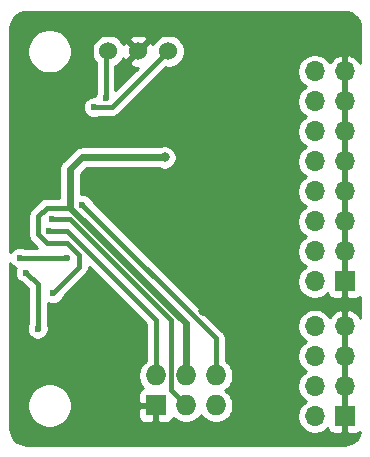
<source format=gbr>
G04 #@! TF.GenerationSoftware,KiCad,Pcbnew,5.1.5+dfsg1-2build2*
G04 #@! TF.CreationDate,2021-03-05T11:50:16+01:00*
G04 #@! TF.ProjectId,buttons,62757474-6f6e-4732-9e6b-696361645f70,rev?*
G04 #@! TF.SameCoordinates,Original*
G04 #@! TF.FileFunction,Copper,L2,Bot*
G04 #@! TF.FilePolarity,Positive*
%FSLAX46Y46*%
G04 Gerber Fmt 4.6, Leading zero omitted, Abs format (unit mm)*
G04 Created by KiCad (PCBNEW 5.1.5+dfsg1-2build2) date 2021-03-05 11:50:16*
%MOMM*%
%LPD*%
G04 APERTURE LIST*
%ADD10C,1.524000*%
%ADD11O,1.727200X1.727200*%
%ADD12R,1.727200X1.727200*%
%ADD13O,1.700000X1.700000*%
%ADD14R,1.700000X1.700000*%
%ADD15C,0.800000*%
%ADD16C,0.600000*%
%ADD17C,0.600000*%
%ADD18C,0.400000*%
%ADD19C,0.254000*%
G04 APERTURE END LIST*
D10*
X212040000Y-91000000D03*
X209500000Y-91000000D03*
X206960000Y-91000000D03*
D11*
X216080000Y-118460000D03*
X216080000Y-121000000D03*
X213540000Y-118460000D03*
X213540000Y-121000000D03*
X211000000Y-118460000D03*
D12*
X211000000Y-121000000D03*
D13*
X224460000Y-114300000D03*
X227000000Y-114300000D03*
X224460000Y-116840000D03*
X227000000Y-116840000D03*
X224460000Y-119380000D03*
X227000000Y-119380000D03*
X224460000Y-121920000D03*
D14*
X227000000Y-121920000D03*
D13*
X224460000Y-92720000D03*
X227000000Y-92720000D03*
X224460000Y-95260000D03*
X227000000Y-95260000D03*
X224460000Y-97800000D03*
X227000000Y-97800000D03*
X224460000Y-100340000D03*
X227000000Y-100340000D03*
X224460000Y-102880000D03*
X227000000Y-102880000D03*
X224460000Y-105420000D03*
X227000000Y-105420000D03*
X224460000Y-107960000D03*
X227000000Y-107960000D03*
X224460000Y-110500000D03*
D14*
X227000000Y-110500000D03*
D15*
X199750000Y-114500000D03*
X199750000Y-111500000D03*
X211750000Y-106000000D03*
X215000000Y-113000000D03*
X215000000Y-110000000D03*
X215000000Y-107000000D03*
X215000000Y-104000000D03*
X215000000Y-101000000D03*
X215000000Y-98000000D03*
X215000000Y-95000000D03*
X215000000Y-92000000D03*
D16*
X211750000Y-102025000D03*
D15*
X211750000Y-100000000D03*
D16*
X202300000Y-111500000D03*
X204750000Y-104000000D03*
X202000000Y-106250000D03*
X202250000Y-105250000D03*
X206750000Y-95000000D03*
X206750000Y-95000000D03*
X205750000Y-95750000D03*
X200000000Y-109750000D03*
X201000000Y-114500000D03*
X199500000Y-108500000D03*
X203500000Y-108500000D03*
D17*
X213540000Y-118460000D02*
X213540000Y-114040000D01*
X213540000Y-114040000D02*
X204250000Y-104750000D01*
X204250000Y-104750000D02*
X203750000Y-104250000D01*
X203750000Y-104250000D02*
X203750000Y-101000000D01*
X203750000Y-101000000D02*
X204750000Y-100000000D01*
X204750000Y-100000000D02*
X211750000Y-100000000D01*
D18*
X201750000Y-104250000D02*
X203750000Y-104250000D01*
X201000000Y-105000000D02*
X201750000Y-104250000D01*
X201000000Y-106500000D02*
X201000000Y-105000000D01*
X201750000Y-107250000D02*
X201000000Y-106500000D01*
X204500000Y-108250000D02*
X203500000Y-107250000D01*
X203500000Y-107250000D02*
X201750000Y-107250000D01*
X204500000Y-109250000D02*
X204500000Y-108250000D01*
X202300000Y-111450000D02*
X204500000Y-109250000D01*
X202300000Y-111500000D02*
X202300000Y-111450000D01*
X216080000Y-115330000D02*
X216080000Y-118460000D01*
X204750000Y-104000000D02*
X216080000Y-115330000D01*
X202000000Y-106250000D02*
X203500000Y-106250000D01*
X211000000Y-113750000D02*
X211000000Y-118460000D01*
X203500000Y-106250000D02*
X211000000Y-113750000D01*
X212263601Y-119723601D02*
X213540000Y-121000000D01*
X203750000Y-105250000D02*
X212263601Y-113763601D01*
X212263601Y-113763601D02*
X212263601Y-119723601D01*
X202250000Y-105250000D02*
X203750000Y-105250000D01*
X206750000Y-91210000D02*
X206960000Y-91000000D01*
X206750000Y-95000000D02*
X206750000Y-91210000D01*
X207290000Y-95750000D02*
X212040000Y-91000000D01*
X205750000Y-95750000D02*
X207290000Y-95750000D01*
X200000000Y-109750000D02*
X201000000Y-110750000D01*
X201000000Y-110750000D02*
X201000000Y-114500000D01*
X199500000Y-108500000D02*
X203500000Y-108500000D01*
D19*
G36*
X227254782Y-87713267D02*
G01*
X227499855Y-87787259D01*
X227725890Y-87907443D01*
X227924281Y-88069248D01*
X228087460Y-88266497D01*
X228209220Y-88491687D01*
X228284924Y-88736247D01*
X228315000Y-89022398D01*
X228315000Y-92044111D01*
X228271641Y-91953080D01*
X228097588Y-91719731D01*
X227881355Y-91524822D01*
X227631252Y-91375843D01*
X227356891Y-91278519D01*
X227127000Y-91399186D01*
X227127000Y-92593000D01*
X227147000Y-92593000D01*
X227147000Y-92847000D01*
X227127000Y-92847000D01*
X227127000Y-95133000D01*
X227147000Y-95133000D01*
X227147000Y-95387000D01*
X227127000Y-95387000D01*
X227127000Y-97673000D01*
X227147000Y-97673000D01*
X227147000Y-97927000D01*
X227127000Y-97927000D01*
X227127000Y-100213000D01*
X227147000Y-100213000D01*
X227147000Y-100467000D01*
X227127000Y-100467000D01*
X227127000Y-102753000D01*
X227147000Y-102753000D01*
X227147000Y-103007000D01*
X227127000Y-103007000D01*
X227127000Y-105293000D01*
X227147000Y-105293000D01*
X227147000Y-105547000D01*
X227127000Y-105547000D01*
X227127000Y-107833000D01*
X227147000Y-107833000D01*
X227147000Y-108087000D01*
X227127000Y-108087000D01*
X227127000Y-110373000D01*
X227147000Y-110373000D01*
X227147000Y-110627000D01*
X227127000Y-110627000D01*
X227127000Y-111826250D01*
X227285750Y-111985000D01*
X227850000Y-111988072D01*
X227974482Y-111975812D01*
X228094180Y-111939502D01*
X228204494Y-111880537D01*
X228301185Y-111801185D01*
X228315001Y-111784351D01*
X228315001Y-113624113D01*
X228271641Y-113533080D01*
X228097588Y-113299731D01*
X227881355Y-113104822D01*
X227631252Y-112955843D01*
X227356891Y-112858519D01*
X227127000Y-112979186D01*
X227127000Y-114173000D01*
X227147000Y-114173000D01*
X227147000Y-114427000D01*
X227127000Y-114427000D01*
X227127000Y-116713000D01*
X227147000Y-116713000D01*
X227147000Y-116967000D01*
X227127000Y-116967000D01*
X227127000Y-119253000D01*
X227147000Y-119253000D01*
X227147000Y-119507000D01*
X227127000Y-119507000D01*
X227127000Y-121793000D01*
X227147000Y-121793000D01*
X227147000Y-122047000D01*
X227127000Y-122047000D01*
X227127000Y-123246250D01*
X227285750Y-123405000D01*
X227850000Y-123408072D01*
X227974482Y-123395812D01*
X228094180Y-123359502D01*
X228204494Y-123300537D01*
X228289051Y-123231143D01*
X228286733Y-123254782D01*
X228212741Y-123499855D01*
X228092554Y-123725893D01*
X227930754Y-123924279D01*
X227733503Y-124087460D01*
X227508310Y-124209221D01*
X227263753Y-124284924D01*
X226977602Y-124315000D01*
X200033505Y-124315000D01*
X199745218Y-124286733D01*
X199500145Y-124212741D01*
X199274107Y-124092554D01*
X199075721Y-123930754D01*
X198912540Y-123733503D01*
X198790779Y-123508310D01*
X198715076Y-123263753D01*
X198685000Y-122977602D01*
X198685000Y-120814344D01*
X200115000Y-120814344D01*
X200115000Y-121185656D01*
X200187439Y-121549834D01*
X200329534Y-121892882D01*
X200535825Y-122201618D01*
X200798382Y-122464175D01*
X201107118Y-122670466D01*
X201450166Y-122812561D01*
X201814344Y-122885000D01*
X202185656Y-122885000D01*
X202549834Y-122812561D01*
X202892882Y-122670466D01*
X203201618Y-122464175D01*
X203464175Y-122201618D01*
X203670466Y-121892882D01*
X203682594Y-121863600D01*
X209498328Y-121863600D01*
X209510588Y-121988082D01*
X209546898Y-122107780D01*
X209605863Y-122218094D01*
X209685215Y-122314785D01*
X209781906Y-122394137D01*
X209892220Y-122453102D01*
X210011918Y-122489412D01*
X210136400Y-122501672D01*
X210714250Y-122498600D01*
X210873000Y-122339850D01*
X210873000Y-121127000D01*
X209660150Y-121127000D01*
X209501400Y-121285750D01*
X209498328Y-121863600D01*
X203682594Y-121863600D01*
X203812561Y-121549834D01*
X203885000Y-121185656D01*
X203885000Y-120814344D01*
X203812561Y-120450166D01*
X203670466Y-120107118D01*
X203464175Y-119798382D01*
X203201618Y-119535825D01*
X202892882Y-119329534D01*
X202549834Y-119187439D01*
X202185656Y-119115000D01*
X201814344Y-119115000D01*
X201450166Y-119187439D01*
X201107118Y-119329534D01*
X200798382Y-119535825D01*
X200535825Y-119798382D01*
X200329534Y-120107118D01*
X200187439Y-120450166D01*
X200115000Y-120814344D01*
X198685000Y-120814344D01*
X198685000Y-108963222D01*
X198773738Y-109096028D01*
X198903972Y-109226262D01*
X199057111Y-109328586D01*
X199147082Y-109365853D01*
X199100932Y-109477271D01*
X199065000Y-109657911D01*
X199065000Y-109842089D01*
X199100932Y-110022729D01*
X199171414Y-110192889D01*
X199273738Y-110346028D01*
X199403972Y-110476262D01*
X199557111Y-110578586D01*
X199711787Y-110642654D01*
X200165000Y-111095869D01*
X200165001Y-114072594D01*
X200100932Y-114227271D01*
X200065000Y-114407911D01*
X200065000Y-114592089D01*
X200100932Y-114772729D01*
X200171414Y-114942889D01*
X200273738Y-115096028D01*
X200403972Y-115226262D01*
X200557111Y-115328586D01*
X200727271Y-115399068D01*
X200907911Y-115435000D01*
X201092089Y-115435000D01*
X201272729Y-115399068D01*
X201442889Y-115328586D01*
X201596028Y-115226262D01*
X201726262Y-115096028D01*
X201828586Y-114942889D01*
X201899068Y-114772729D01*
X201935000Y-114592089D01*
X201935000Y-114407911D01*
X201899068Y-114227271D01*
X201835000Y-114072596D01*
X201835000Y-112313812D01*
X201857111Y-112328586D01*
X202027271Y-112399068D01*
X202207911Y-112435000D01*
X202392089Y-112435000D01*
X202572729Y-112399068D01*
X202742889Y-112328586D01*
X202896028Y-112226262D01*
X203026262Y-112096028D01*
X203128586Y-111942889D01*
X203199068Y-111772729D01*
X203209231Y-111721636D01*
X205061433Y-109869436D01*
X205093291Y-109843291D01*
X205131619Y-109796589D01*
X205197636Y-109716146D01*
X205275172Y-109571087D01*
X205322918Y-109413689D01*
X205337255Y-109268123D01*
X210165000Y-114095869D01*
X210165001Y-117215578D01*
X210044698Y-117295961D01*
X209835961Y-117504698D01*
X209671958Y-117750147D01*
X209558990Y-118022875D01*
X209501400Y-118312401D01*
X209501400Y-118607599D01*
X209558990Y-118897125D01*
X209671958Y-119169853D01*
X209835961Y-119415302D01*
X209950023Y-119529364D01*
X209892220Y-119546898D01*
X209781906Y-119605863D01*
X209685215Y-119685215D01*
X209605863Y-119781906D01*
X209546898Y-119892220D01*
X209510588Y-120011918D01*
X209498328Y-120136400D01*
X209501400Y-120714250D01*
X209660150Y-120873000D01*
X210873000Y-120873000D01*
X210873000Y-120853000D01*
X211127000Y-120853000D01*
X211127000Y-120873000D01*
X211147000Y-120873000D01*
X211147000Y-121127000D01*
X211127000Y-121127000D01*
X211127000Y-122339850D01*
X211285750Y-122498600D01*
X211863600Y-122501672D01*
X211988082Y-122489412D01*
X212107780Y-122453102D01*
X212218094Y-122394137D01*
X212314785Y-122314785D01*
X212394137Y-122218094D01*
X212453102Y-122107780D01*
X212470636Y-122049977D01*
X212584698Y-122164039D01*
X212830147Y-122328042D01*
X213102875Y-122441010D01*
X213392401Y-122498600D01*
X213687599Y-122498600D01*
X213977125Y-122441010D01*
X214249853Y-122328042D01*
X214495302Y-122164039D01*
X214704039Y-121955302D01*
X214810000Y-121796719D01*
X214915961Y-121955302D01*
X215124698Y-122164039D01*
X215370147Y-122328042D01*
X215642875Y-122441010D01*
X215932401Y-122498600D01*
X216227599Y-122498600D01*
X216517125Y-122441010D01*
X216789853Y-122328042D01*
X217035302Y-122164039D01*
X217244039Y-121955302D01*
X217408042Y-121709853D01*
X217521010Y-121437125D01*
X217578600Y-121147599D01*
X217578600Y-120852401D01*
X217521010Y-120562875D01*
X217408042Y-120290147D01*
X217244039Y-120044698D01*
X217035302Y-119835961D01*
X216876719Y-119730000D01*
X217035302Y-119624039D01*
X217244039Y-119415302D01*
X217408042Y-119169853D01*
X217521010Y-118897125D01*
X217578600Y-118607599D01*
X217578600Y-118312401D01*
X217521010Y-118022875D01*
X217408042Y-117750147D01*
X217244039Y-117504698D01*
X217035302Y-117295961D01*
X216915000Y-117215578D01*
X216915000Y-115371018D01*
X216919040Y-115330000D01*
X216902918Y-115166312D01*
X216855172Y-115008913D01*
X216777636Y-114863854D01*
X216699439Y-114768570D01*
X216699437Y-114768568D01*
X216673291Y-114736709D01*
X216641433Y-114710564D01*
X216084609Y-114153740D01*
X222975000Y-114153740D01*
X222975000Y-114446260D01*
X223032068Y-114733158D01*
X223144010Y-115003411D01*
X223306525Y-115246632D01*
X223513368Y-115453475D01*
X223687760Y-115570000D01*
X223513368Y-115686525D01*
X223306525Y-115893368D01*
X223144010Y-116136589D01*
X223032068Y-116406842D01*
X222975000Y-116693740D01*
X222975000Y-116986260D01*
X223032068Y-117273158D01*
X223144010Y-117543411D01*
X223306525Y-117786632D01*
X223513368Y-117993475D01*
X223687760Y-118110000D01*
X223513368Y-118226525D01*
X223306525Y-118433368D01*
X223144010Y-118676589D01*
X223032068Y-118946842D01*
X222975000Y-119233740D01*
X222975000Y-119526260D01*
X223032068Y-119813158D01*
X223144010Y-120083411D01*
X223306525Y-120326632D01*
X223513368Y-120533475D01*
X223687760Y-120650000D01*
X223513368Y-120766525D01*
X223306525Y-120973368D01*
X223144010Y-121216589D01*
X223032068Y-121486842D01*
X222975000Y-121773740D01*
X222975000Y-122066260D01*
X223032068Y-122353158D01*
X223144010Y-122623411D01*
X223306525Y-122866632D01*
X223513368Y-123073475D01*
X223756589Y-123235990D01*
X224026842Y-123347932D01*
X224313740Y-123405000D01*
X224606260Y-123405000D01*
X224893158Y-123347932D01*
X225163411Y-123235990D01*
X225406632Y-123073475D01*
X225538487Y-122941620D01*
X225560498Y-123014180D01*
X225619463Y-123124494D01*
X225698815Y-123221185D01*
X225795506Y-123300537D01*
X225905820Y-123359502D01*
X226025518Y-123395812D01*
X226150000Y-123408072D01*
X226714250Y-123405000D01*
X226873000Y-123246250D01*
X226873000Y-122047000D01*
X226853000Y-122047000D01*
X226853000Y-121793000D01*
X226873000Y-121793000D01*
X226873000Y-119507000D01*
X226853000Y-119507000D01*
X226853000Y-119253000D01*
X226873000Y-119253000D01*
X226873000Y-116967000D01*
X226853000Y-116967000D01*
X226853000Y-116713000D01*
X226873000Y-116713000D01*
X226873000Y-114427000D01*
X226853000Y-114427000D01*
X226853000Y-114173000D01*
X226873000Y-114173000D01*
X226873000Y-112979186D01*
X226643109Y-112858519D01*
X226368748Y-112955843D01*
X226118645Y-113104822D01*
X225902412Y-113299731D01*
X225731100Y-113529406D01*
X225613475Y-113353368D01*
X225406632Y-113146525D01*
X225163411Y-112984010D01*
X224893158Y-112872068D01*
X224606260Y-112815000D01*
X224313740Y-112815000D01*
X224026842Y-112872068D01*
X223756589Y-112984010D01*
X223513368Y-113146525D01*
X223306525Y-113353368D01*
X223144010Y-113596589D01*
X223032068Y-113866842D01*
X222975000Y-114153740D01*
X216084609Y-114153740D01*
X205642655Y-103711788D01*
X205578586Y-103557111D01*
X205476262Y-103403972D01*
X205346028Y-103273738D01*
X205192889Y-103171414D01*
X205022729Y-103100932D01*
X204842089Y-103065000D01*
X204685000Y-103065000D01*
X204685000Y-101387289D01*
X205137289Y-100935000D01*
X211302705Y-100935000D01*
X211448102Y-100995226D01*
X211648061Y-101035000D01*
X211851939Y-101035000D01*
X212051898Y-100995226D01*
X212240256Y-100917205D01*
X212409774Y-100803937D01*
X212553937Y-100659774D01*
X212667205Y-100490256D01*
X212745226Y-100301898D01*
X212785000Y-100101939D01*
X212785000Y-99898061D01*
X212745226Y-99698102D01*
X212667205Y-99509744D01*
X212553937Y-99340226D01*
X212409774Y-99196063D01*
X212240256Y-99082795D01*
X212051898Y-99004774D01*
X211851939Y-98965000D01*
X211648061Y-98965000D01*
X211448102Y-99004774D01*
X211302705Y-99065000D01*
X204795935Y-99065000D01*
X204750000Y-99060476D01*
X204566708Y-99078528D01*
X204390459Y-99131993D01*
X204366458Y-99144822D01*
X204228028Y-99218814D01*
X204085656Y-99335656D01*
X204056370Y-99371341D01*
X203121336Y-100306375D01*
X203085657Y-100335656D01*
X202968815Y-100478028D01*
X202945327Y-100521972D01*
X202881994Y-100640460D01*
X202828529Y-100816709D01*
X202810476Y-101000000D01*
X202815001Y-101045942D01*
X202815000Y-103415000D01*
X201791018Y-103415000D01*
X201749999Y-103410960D01*
X201708981Y-103415000D01*
X201586311Y-103427082D01*
X201428913Y-103474828D01*
X201283854Y-103552364D01*
X201156709Y-103656709D01*
X201130558Y-103688574D01*
X200438574Y-104380559D01*
X200406710Y-104406709D01*
X200350806Y-104474828D01*
X200302364Y-104533855D01*
X200224828Y-104678914D01*
X200177082Y-104836312D01*
X200160960Y-105000000D01*
X200165001Y-105041028D01*
X200165000Y-106458981D01*
X200160960Y-106500000D01*
X200165000Y-106541018D01*
X200177082Y-106663688D01*
X200224828Y-106821086D01*
X200302364Y-106966145D01*
X200406709Y-107093291D01*
X200438578Y-107119446D01*
X200984132Y-107665000D01*
X199927404Y-107665000D01*
X199772729Y-107600932D01*
X199592089Y-107565000D01*
X199407911Y-107565000D01*
X199227271Y-107600932D01*
X199057111Y-107671414D01*
X198903972Y-107773738D01*
X198773738Y-107903972D01*
X198685000Y-108036778D01*
X198685000Y-95657911D01*
X204815000Y-95657911D01*
X204815000Y-95842089D01*
X204850932Y-96022729D01*
X204921414Y-96192889D01*
X205023738Y-96346028D01*
X205153972Y-96476262D01*
X205307111Y-96578586D01*
X205477271Y-96649068D01*
X205657911Y-96685000D01*
X205842089Y-96685000D01*
X206022729Y-96649068D01*
X206177404Y-96585000D01*
X207248982Y-96585000D01*
X207290000Y-96589040D01*
X207331018Y-96585000D01*
X207331019Y-96585000D01*
X207453689Y-96572918D01*
X207611087Y-96525172D01*
X207756146Y-96447636D01*
X207883291Y-96343291D01*
X207909446Y-96311421D01*
X211647127Y-92573740D01*
X222975000Y-92573740D01*
X222975000Y-92866260D01*
X223032068Y-93153158D01*
X223144010Y-93423411D01*
X223306525Y-93666632D01*
X223513368Y-93873475D01*
X223687760Y-93990000D01*
X223513368Y-94106525D01*
X223306525Y-94313368D01*
X223144010Y-94556589D01*
X223032068Y-94826842D01*
X222975000Y-95113740D01*
X222975000Y-95406260D01*
X223032068Y-95693158D01*
X223144010Y-95963411D01*
X223306525Y-96206632D01*
X223513368Y-96413475D01*
X223687760Y-96530000D01*
X223513368Y-96646525D01*
X223306525Y-96853368D01*
X223144010Y-97096589D01*
X223032068Y-97366842D01*
X222975000Y-97653740D01*
X222975000Y-97946260D01*
X223032068Y-98233158D01*
X223144010Y-98503411D01*
X223306525Y-98746632D01*
X223513368Y-98953475D01*
X223687760Y-99070000D01*
X223513368Y-99186525D01*
X223306525Y-99393368D01*
X223144010Y-99636589D01*
X223032068Y-99906842D01*
X222975000Y-100193740D01*
X222975000Y-100486260D01*
X223032068Y-100773158D01*
X223144010Y-101043411D01*
X223306525Y-101286632D01*
X223513368Y-101493475D01*
X223687760Y-101610000D01*
X223513368Y-101726525D01*
X223306525Y-101933368D01*
X223144010Y-102176589D01*
X223032068Y-102446842D01*
X222975000Y-102733740D01*
X222975000Y-103026260D01*
X223032068Y-103313158D01*
X223144010Y-103583411D01*
X223306525Y-103826632D01*
X223513368Y-104033475D01*
X223687760Y-104150000D01*
X223513368Y-104266525D01*
X223306525Y-104473368D01*
X223144010Y-104716589D01*
X223032068Y-104986842D01*
X222975000Y-105273740D01*
X222975000Y-105566260D01*
X223032068Y-105853158D01*
X223144010Y-106123411D01*
X223306525Y-106366632D01*
X223513368Y-106573475D01*
X223687760Y-106690000D01*
X223513368Y-106806525D01*
X223306525Y-107013368D01*
X223144010Y-107256589D01*
X223032068Y-107526842D01*
X222975000Y-107813740D01*
X222975000Y-108106260D01*
X223032068Y-108393158D01*
X223144010Y-108663411D01*
X223306525Y-108906632D01*
X223513368Y-109113475D01*
X223687760Y-109230000D01*
X223513368Y-109346525D01*
X223306525Y-109553368D01*
X223144010Y-109796589D01*
X223032068Y-110066842D01*
X222975000Y-110353740D01*
X222975000Y-110646260D01*
X223032068Y-110933158D01*
X223144010Y-111203411D01*
X223306525Y-111446632D01*
X223513368Y-111653475D01*
X223756589Y-111815990D01*
X224026842Y-111927932D01*
X224313740Y-111985000D01*
X224606260Y-111985000D01*
X224893158Y-111927932D01*
X225163411Y-111815990D01*
X225406632Y-111653475D01*
X225538487Y-111521620D01*
X225560498Y-111594180D01*
X225619463Y-111704494D01*
X225698815Y-111801185D01*
X225795506Y-111880537D01*
X225905820Y-111939502D01*
X226025518Y-111975812D01*
X226150000Y-111988072D01*
X226714250Y-111985000D01*
X226873000Y-111826250D01*
X226873000Y-110627000D01*
X226853000Y-110627000D01*
X226853000Y-110373000D01*
X226873000Y-110373000D01*
X226873000Y-108087000D01*
X226853000Y-108087000D01*
X226853000Y-107833000D01*
X226873000Y-107833000D01*
X226873000Y-105547000D01*
X226853000Y-105547000D01*
X226853000Y-105293000D01*
X226873000Y-105293000D01*
X226873000Y-103007000D01*
X226853000Y-103007000D01*
X226853000Y-102753000D01*
X226873000Y-102753000D01*
X226873000Y-100467000D01*
X226853000Y-100467000D01*
X226853000Y-100213000D01*
X226873000Y-100213000D01*
X226873000Y-97927000D01*
X226853000Y-97927000D01*
X226853000Y-97673000D01*
X226873000Y-97673000D01*
X226873000Y-95387000D01*
X226853000Y-95387000D01*
X226853000Y-95133000D01*
X226873000Y-95133000D01*
X226873000Y-92847000D01*
X226853000Y-92847000D01*
X226853000Y-92593000D01*
X226873000Y-92593000D01*
X226873000Y-91399186D01*
X226643109Y-91278519D01*
X226368748Y-91375843D01*
X226118645Y-91524822D01*
X225902412Y-91719731D01*
X225731100Y-91949406D01*
X225613475Y-91773368D01*
X225406632Y-91566525D01*
X225163411Y-91404010D01*
X224893158Y-91292068D01*
X224606260Y-91235000D01*
X224313740Y-91235000D01*
X224026842Y-91292068D01*
X223756589Y-91404010D01*
X223513368Y-91566525D01*
X223306525Y-91773368D01*
X223144010Y-92016589D01*
X223032068Y-92286842D01*
X222975000Y-92573740D01*
X211647127Y-92573740D01*
X211836898Y-92383969D01*
X211902408Y-92397000D01*
X212177592Y-92397000D01*
X212447490Y-92343314D01*
X212701727Y-92238005D01*
X212930535Y-92085120D01*
X213125120Y-91890535D01*
X213278005Y-91661727D01*
X213383314Y-91407490D01*
X213437000Y-91137592D01*
X213437000Y-90862408D01*
X213383314Y-90592510D01*
X213278005Y-90338273D01*
X213125120Y-90109465D01*
X212930535Y-89914880D01*
X212701727Y-89761995D01*
X212447490Y-89656686D01*
X212177592Y-89603000D01*
X211902408Y-89603000D01*
X211632510Y-89656686D01*
X211378273Y-89761995D01*
X211149465Y-89914880D01*
X210954880Y-90109465D01*
X210801995Y-90338273D01*
X210772308Y-90409943D01*
X210767636Y-90396977D01*
X210705656Y-90281020D01*
X210465565Y-90214040D01*
X209679605Y-91000000D01*
X209693748Y-91014143D01*
X209514143Y-91193748D01*
X209500000Y-91179605D01*
X208714040Y-91965565D01*
X208781020Y-92205656D01*
X209030048Y-92322756D01*
X209297135Y-92389023D01*
X209462363Y-92396769D01*
X207585000Y-94274133D01*
X207585000Y-92253218D01*
X207621727Y-92238005D01*
X207850535Y-92085120D01*
X208045120Y-91890535D01*
X208198005Y-91661727D01*
X208227692Y-91590057D01*
X208232364Y-91603023D01*
X208294344Y-91718980D01*
X208534435Y-91785960D01*
X209320395Y-91000000D01*
X208534435Y-90214040D01*
X208294344Y-90281020D01*
X208230515Y-90416760D01*
X208198005Y-90338273D01*
X208045120Y-90109465D01*
X207970090Y-90034435D01*
X208714040Y-90034435D01*
X209500000Y-90820395D01*
X210285960Y-90034435D01*
X210218980Y-89794344D01*
X209969952Y-89677244D01*
X209702865Y-89610977D01*
X209427983Y-89598090D01*
X209155867Y-89639078D01*
X208896977Y-89732364D01*
X208781020Y-89794344D01*
X208714040Y-90034435D01*
X207970090Y-90034435D01*
X207850535Y-89914880D01*
X207621727Y-89761995D01*
X207367490Y-89656686D01*
X207097592Y-89603000D01*
X206822408Y-89603000D01*
X206552510Y-89656686D01*
X206298273Y-89761995D01*
X206069465Y-89914880D01*
X205874880Y-90109465D01*
X205721995Y-90338273D01*
X205616686Y-90592510D01*
X205563000Y-90862408D01*
X205563000Y-91137592D01*
X205616686Y-91407490D01*
X205721995Y-91661727D01*
X205874880Y-91890535D01*
X205915001Y-91930656D01*
X205915000Y-94572596D01*
X205850932Y-94727271D01*
X205833481Y-94815000D01*
X205657911Y-94815000D01*
X205477271Y-94850932D01*
X205307111Y-94921414D01*
X205153972Y-95023738D01*
X205023738Y-95153972D01*
X204921414Y-95307111D01*
X204850932Y-95477271D01*
X204815000Y-95657911D01*
X198685000Y-95657911D01*
X198685000Y-90814344D01*
X200115000Y-90814344D01*
X200115000Y-91185656D01*
X200187439Y-91549834D01*
X200329534Y-91892882D01*
X200535825Y-92201618D01*
X200798382Y-92464175D01*
X201107118Y-92670466D01*
X201450166Y-92812561D01*
X201814344Y-92885000D01*
X202185656Y-92885000D01*
X202549834Y-92812561D01*
X202892882Y-92670466D01*
X203201618Y-92464175D01*
X203464175Y-92201618D01*
X203670466Y-91892882D01*
X203812561Y-91549834D01*
X203885000Y-91185656D01*
X203885000Y-90814344D01*
X203812561Y-90450166D01*
X203670466Y-90107118D01*
X203464175Y-89798382D01*
X203201618Y-89535825D01*
X202892882Y-89329534D01*
X202549834Y-89187439D01*
X202185656Y-89115000D01*
X201814344Y-89115000D01*
X201450166Y-89187439D01*
X201107118Y-89329534D01*
X200798382Y-89535825D01*
X200535825Y-89798382D01*
X200329534Y-90107118D01*
X200187439Y-90450166D01*
X200115000Y-90814344D01*
X198685000Y-90814344D01*
X198685000Y-89033505D01*
X198713267Y-88745218D01*
X198787259Y-88500145D01*
X198907443Y-88274110D01*
X199069248Y-88075719D01*
X199266497Y-87912540D01*
X199491687Y-87790780D01*
X199736247Y-87715076D01*
X200022398Y-87685000D01*
X226966495Y-87685000D01*
X227254782Y-87713267D01*
G37*
X227254782Y-87713267D02*
X227499855Y-87787259D01*
X227725890Y-87907443D01*
X227924281Y-88069248D01*
X228087460Y-88266497D01*
X228209220Y-88491687D01*
X228284924Y-88736247D01*
X228315000Y-89022398D01*
X228315000Y-92044111D01*
X228271641Y-91953080D01*
X228097588Y-91719731D01*
X227881355Y-91524822D01*
X227631252Y-91375843D01*
X227356891Y-91278519D01*
X227127000Y-91399186D01*
X227127000Y-92593000D01*
X227147000Y-92593000D01*
X227147000Y-92847000D01*
X227127000Y-92847000D01*
X227127000Y-95133000D01*
X227147000Y-95133000D01*
X227147000Y-95387000D01*
X227127000Y-95387000D01*
X227127000Y-97673000D01*
X227147000Y-97673000D01*
X227147000Y-97927000D01*
X227127000Y-97927000D01*
X227127000Y-100213000D01*
X227147000Y-100213000D01*
X227147000Y-100467000D01*
X227127000Y-100467000D01*
X227127000Y-102753000D01*
X227147000Y-102753000D01*
X227147000Y-103007000D01*
X227127000Y-103007000D01*
X227127000Y-105293000D01*
X227147000Y-105293000D01*
X227147000Y-105547000D01*
X227127000Y-105547000D01*
X227127000Y-107833000D01*
X227147000Y-107833000D01*
X227147000Y-108087000D01*
X227127000Y-108087000D01*
X227127000Y-110373000D01*
X227147000Y-110373000D01*
X227147000Y-110627000D01*
X227127000Y-110627000D01*
X227127000Y-111826250D01*
X227285750Y-111985000D01*
X227850000Y-111988072D01*
X227974482Y-111975812D01*
X228094180Y-111939502D01*
X228204494Y-111880537D01*
X228301185Y-111801185D01*
X228315001Y-111784351D01*
X228315001Y-113624113D01*
X228271641Y-113533080D01*
X228097588Y-113299731D01*
X227881355Y-113104822D01*
X227631252Y-112955843D01*
X227356891Y-112858519D01*
X227127000Y-112979186D01*
X227127000Y-114173000D01*
X227147000Y-114173000D01*
X227147000Y-114427000D01*
X227127000Y-114427000D01*
X227127000Y-116713000D01*
X227147000Y-116713000D01*
X227147000Y-116967000D01*
X227127000Y-116967000D01*
X227127000Y-119253000D01*
X227147000Y-119253000D01*
X227147000Y-119507000D01*
X227127000Y-119507000D01*
X227127000Y-121793000D01*
X227147000Y-121793000D01*
X227147000Y-122047000D01*
X227127000Y-122047000D01*
X227127000Y-123246250D01*
X227285750Y-123405000D01*
X227850000Y-123408072D01*
X227974482Y-123395812D01*
X228094180Y-123359502D01*
X228204494Y-123300537D01*
X228289051Y-123231143D01*
X228286733Y-123254782D01*
X228212741Y-123499855D01*
X228092554Y-123725893D01*
X227930754Y-123924279D01*
X227733503Y-124087460D01*
X227508310Y-124209221D01*
X227263753Y-124284924D01*
X226977602Y-124315000D01*
X200033505Y-124315000D01*
X199745218Y-124286733D01*
X199500145Y-124212741D01*
X199274107Y-124092554D01*
X199075721Y-123930754D01*
X198912540Y-123733503D01*
X198790779Y-123508310D01*
X198715076Y-123263753D01*
X198685000Y-122977602D01*
X198685000Y-120814344D01*
X200115000Y-120814344D01*
X200115000Y-121185656D01*
X200187439Y-121549834D01*
X200329534Y-121892882D01*
X200535825Y-122201618D01*
X200798382Y-122464175D01*
X201107118Y-122670466D01*
X201450166Y-122812561D01*
X201814344Y-122885000D01*
X202185656Y-122885000D01*
X202549834Y-122812561D01*
X202892882Y-122670466D01*
X203201618Y-122464175D01*
X203464175Y-122201618D01*
X203670466Y-121892882D01*
X203682594Y-121863600D01*
X209498328Y-121863600D01*
X209510588Y-121988082D01*
X209546898Y-122107780D01*
X209605863Y-122218094D01*
X209685215Y-122314785D01*
X209781906Y-122394137D01*
X209892220Y-122453102D01*
X210011918Y-122489412D01*
X210136400Y-122501672D01*
X210714250Y-122498600D01*
X210873000Y-122339850D01*
X210873000Y-121127000D01*
X209660150Y-121127000D01*
X209501400Y-121285750D01*
X209498328Y-121863600D01*
X203682594Y-121863600D01*
X203812561Y-121549834D01*
X203885000Y-121185656D01*
X203885000Y-120814344D01*
X203812561Y-120450166D01*
X203670466Y-120107118D01*
X203464175Y-119798382D01*
X203201618Y-119535825D01*
X202892882Y-119329534D01*
X202549834Y-119187439D01*
X202185656Y-119115000D01*
X201814344Y-119115000D01*
X201450166Y-119187439D01*
X201107118Y-119329534D01*
X200798382Y-119535825D01*
X200535825Y-119798382D01*
X200329534Y-120107118D01*
X200187439Y-120450166D01*
X200115000Y-120814344D01*
X198685000Y-120814344D01*
X198685000Y-108963222D01*
X198773738Y-109096028D01*
X198903972Y-109226262D01*
X199057111Y-109328586D01*
X199147082Y-109365853D01*
X199100932Y-109477271D01*
X199065000Y-109657911D01*
X199065000Y-109842089D01*
X199100932Y-110022729D01*
X199171414Y-110192889D01*
X199273738Y-110346028D01*
X199403972Y-110476262D01*
X199557111Y-110578586D01*
X199711787Y-110642654D01*
X200165000Y-111095869D01*
X200165001Y-114072594D01*
X200100932Y-114227271D01*
X200065000Y-114407911D01*
X200065000Y-114592089D01*
X200100932Y-114772729D01*
X200171414Y-114942889D01*
X200273738Y-115096028D01*
X200403972Y-115226262D01*
X200557111Y-115328586D01*
X200727271Y-115399068D01*
X200907911Y-115435000D01*
X201092089Y-115435000D01*
X201272729Y-115399068D01*
X201442889Y-115328586D01*
X201596028Y-115226262D01*
X201726262Y-115096028D01*
X201828586Y-114942889D01*
X201899068Y-114772729D01*
X201935000Y-114592089D01*
X201935000Y-114407911D01*
X201899068Y-114227271D01*
X201835000Y-114072596D01*
X201835000Y-112313812D01*
X201857111Y-112328586D01*
X202027271Y-112399068D01*
X202207911Y-112435000D01*
X202392089Y-112435000D01*
X202572729Y-112399068D01*
X202742889Y-112328586D01*
X202896028Y-112226262D01*
X203026262Y-112096028D01*
X203128586Y-111942889D01*
X203199068Y-111772729D01*
X203209231Y-111721636D01*
X205061433Y-109869436D01*
X205093291Y-109843291D01*
X205131619Y-109796589D01*
X205197636Y-109716146D01*
X205275172Y-109571087D01*
X205322918Y-109413689D01*
X205337255Y-109268123D01*
X210165000Y-114095869D01*
X210165001Y-117215578D01*
X210044698Y-117295961D01*
X209835961Y-117504698D01*
X209671958Y-117750147D01*
X209558990Y-118022875D01*
X209501400Y-118312401D01*
X209501400Y-118607599D01*
X209558990Y-118897125D01*
X209671958Y-119169853D01*
X209835961Y-119415302D01*
X209950023Y-119529364D01*
X209892220Y-119546898D01*
X209781906Y-119605863D01*
X209685215Y-119685215D01*
X209605863Y-119781906D01*
X209546898Y-119892220D01*
X209510588Y-120011918D01*
X209498328Y-120136400D01*
X209501400Y-120714250D01*
X209660150Y-120873000D01*
X210873000Y-120873000D01*
X210873000Y-120853000D01*
X211127000Y-120853000D01*
X211127000Y-120873000D01*
X211147000Y-120873000D01*
X211147000Y-121127000D01*
X211127000Y-121127000D01*
X211127000Y-122339850D01*
X211285750Y-122498600D01*
X211863600Y-122501672D01*
X211988082Y-122489412D01*
X212107780Y-122453102D01*
X212218094Y-122394137D01*
X212314785Y-122314785D01*
X212394137Y-122218094D01*
X212453102Y-122107780D01*
X212470636Y-122049977D01*
X212584698Y-122164039D01*
X212830147Y-122328042D01*
X213102875Y-122441010D01*
X213392401Y-122498600D01*
X213687599Y-122498600D01*
X213977125Y-122441010D01*
X214249853Y-122328042D01*
X214495302Y-122164039D01*
X214704039Y-121955302D01*
X214810000Y-121796719D01*
X214915961Y-121955302D01*
X215124698Y-122164039D01*
X215370147Y-122328042D01*
X215642875Y-122441010D01*
X215932401Y-122498600D01*
X216227599Y-122498600D01*
X216517125Y-122441010D01*
X216789853Y-122328042D01*
X217035302Y-122164039D01*
X217244039Y-121955302D01*
X217408042Y-121709853D01*
X217521010Y-121437125D01*
X217578600Y-121147599D01*
X217578600Y-120852401D01*
X217521010Y-120562875D01*
X217408042Y-120290147D01*
X217244039Y-120044698D01*
X217035302Y-119835961D01*
X216876719Y-119730000D01*
X217035302Y-119624039D01*
X217244039Y-119415302D01*
X217408042Y-119169853D01*
X217521010Y-118897125D01*
X217578600Y-118607599D01*
X217578600Y-118312401D01*
X217521010Y-118022875D01*
X217408042Y-117750147D01*
X217244039Y-117504698D01*
X217035302Y-117295961D01*
X216915000Y-117215578D01*
X216915000Y-115371018D01*
X216919040Y-115330000D01*
X216902918Y-115166312D01*
X216855172Y-115008913D01*
X216777636Y-114863854D01*
X216699439Y-114768570D01*
X216699437Y-114768568D01*
X216673291Y-114736709D01*
X216641433Y-114710564D01*
X216084609Y-114153740D01*
X222975000Y-114153740D01*
X222975000Y-114446260D01*
X223032068Y-114733158D01*
X223144010Y-115003411D01*
X223306525Y-115246632D01*
X223513368Y-115453475D01*
X223687760Y-115570000D01*
X223513368Y-115686525D01*
X223306525Y-115893368D01*
X223144010Y-116136589D01*
X223032068Y-116406842D01*
X222975000Y-116693740D01*
X222975000Y-116986260D01*
X223032068Y-117273158D01*
X223144010Y-117543411D01*
X223306525Y-117786632D01*
X223513368Y-117993475D01*
X223687760Y-118110000D01*
X223513368Y-118226525D01*
X223306525Y-118433368D01*
X223144010Y-118676589D01*
X223032068Y-118946842D01*
X222975000Y-119233740D01*
X222975000Y-119526260D01*
X223032068Y-119813158D01*
X223144010Y-120083411D01*
X223306525Y-120326632D01*
X223513368Y-120533475D01*
X223687760Y-120650000D01*
X223513368Y-120766525D01*
X223306525Y-120973368D01*
X223144010Y-121216589D01*
X223032068Y-121486842D01*
X222975000Y-121773740D01*
X222975000Y-122066260D01*
X223032068Y-122353158D01*
X223144010Y-122623411D01*
X223306525Y-122866632D01*
X223513368Y-123073475D01*
X223756589Y-123235990D01*
X224026842Y-123347932D01*
X224313740Y-123405000D01*
X224606260Y-123405000D01*
X224893158Y-123347932D01*
X225163411Y-123235990D01*
X225406632Y-123073475D01*
X225538487Y-122941620D01*
X225560498Y-123014180D01*
X225619463Y-123124494D01*
X225698815Y-123221185D01*
X225795506Y-123300537D01*
X225905820Y-123359502D01*
X226025518Y-123395812D01*
X226150000Y-123408072D01*
X226714250Y-123405000D01*
X226873000Y-123246250D01*
X226873000Y-122047000D01*
X226853000Y-122047000D01*
X226853000Y-121793000D01*
X226873000Y-121793000D01*
X226873000Y-119507000D01*
X226853000Y-119507000D01*
X226853000Y-119253000D01*
X226873000Y-119253000D01*
X226873000Y-116967000D01*
X226853000Y-116967000D01*
X226853000Y-116713000D01*
X226873000Y-116713000D01*
X226873000Y-114427000D01*
X226853000Y-114427000D01*
X226853000Y-114173000D01*
X226873000Y-114173000D01*
X226873000Y-112979186D01*
X226643109Y-112858519D01*
X226368748Y-112955843D01*
X226118645Y-113104822D01*
X225902412Y-113299731D01*
X225731100Y-113529406D01*
X225613475Y-113353368D01*
X225406632Y-113146525D01*
X225163411Y-112984010D01*
X224893158Y-112872068D01*
X224606260Y-112815000D01*
X224313740Y-112815000D01*
X224026842Y-112872068D01*
X223756589Y-112984010D01*
X223513368Y-113146525D01*
X223306525Y-113353368D01*
X223144010Y-113596589D01*
X223032068Y-113866842D01*
X222975000Y-114153740D01*
X216084609Y-114153740D01*
X205642655Y-103711788D01*
X205578586Y-103557111D01*
X205476262Y-103403972D01*
X205346028Y-103273738D01*
X205192889Y-103171414D01*
X205022729Y-103100932D01*
X204842089Y-103065000D01*
X204685000Y-103065000D01*
X204685000Y-101387289D01*
X205137289Y-100935000D01*
X211302705Y-100935000D01*
X211448102Y-100995226D01*
X211648061Y-101035000D01*
X211851939Y-101035000D01*
X212051898Y-100995226D01*
X212240256Y-100917205D01*
X212409774Y-100803937D01*
X212553937Y-100659774D01*
X212667205Y-100490256D01*
X212745226Y-100301898D01*
X212785000Y-100101939D01*
X212785000Y-99898061D01*
X212745226Y-99698102D01*
X212667205Y-99509744D01*
X212553937Y-99340226D01*
X212409774Y-99196063D01*
X212240256Y-99082795D01*
X212051898Y-99004774D01*
X211851939Y-98965000D01*
X211648061Y-98965000D01*
X211448102Y-99004774D01*
X211302705Y-99065000D01*
X204795935Y-99065000D01*
X204750000Y-99060476D01*
X204566708Y-99078528D01*
X204390459Y-99131993D01*
X204366458Y-99144822D01*
X204228028Y-99218814D01*
X204085656Y-99335656D01*
X204056370Y-99371341D01*
X203121336Y-100306375D01*
X203085657Y-100335656D01*
X202968815Y-100478028D01*
X202945327Y-100521972D01*
X202881994Y-100640460D01*
X202828529Y-100816709D01*
X202810476Y-101000000D01*
X202815001Y-101045942D01*
X202815000Y-103415000D01*
X201791018Y-103415000D01*
X201749999Y-103410960D01*
X201708981Y-103415000D01*
X201586311Y-103427082D01*
X201428913Y-103474828D01*
X201283854Y-103552364D01*
X201156709Y-103656709D01*
X201130558Y-103688574D01*
X200438574Y-104380559D01*
X200406710Y-104406709D01*
X200350806Y-104474828D01*
X200302364Y-104533855D01*
X200224828Y-104678914D01*
X200177082Y-104836312D01*
X200160960Y-105000000D01*
X200165001Y-105041028D01*
X200165000Y-106458981D01*
X200160960Y-106500000D01*
X200165000Y-106541018D01*
X200177082Y-106663688D01*
X200224828Y-106821086D01*
X200302364Y-106966145D01*
X200406709Y-107093291D01*
X200438578Y-107119446D01*
X200984132Y-107665000D01*
X199927404Y-107665000D01*
X199772729Y-107600932D01*
X199592089Y-107565000D01*
X199407911Y-107565000D01*
X199227271Y-107600932D01*
X199057111Y-107671414D01*
X198903972Y-107773738D01*
X198773738Y-107903972D01*
X198685000Y-108036778D01*
X198685000Y-95657911D01*
X204815000Y-95657911D01*
X204815000Y-95842089D01*
X204850932Y-96022729D01*
X204921414Y-96192889D01*
X205023738Y-96346028D01*
X205153972Y-96476262D01*
X205307111Y-96578586D01*
X205477271Y-96649068D01*
X205657911Y-96685000D01*
X205842089Y-96685000D01*
X206022729Y-96649068D01*
X206177404Y-96585000D01*
X207248982Y-96585000D01*
X207290000Y-96589040D01*
X207331018Y-96585000D01*
X207331019Y-96585000D01*
X207453689Y-96572918D01*
X207611087Y-96525172D01*
X207756146Y-96447636D01*
X207883291Y-96343291D01*
X207909446Y-96311421D01*
X211647127Y-92573740D01*
X222975000Y-92573740D01*
X222975000Y-92866260D01*
X223032068Y-93153158D01*
X223144010Y-93423411D01*
X223306525Y-93666632D01*
X223513368Y-93873475D01*
X223687760Y-93990000D01*
X223513368Y-94106525D01*
X223306525Y-94313368D01*
X223144010Y-94556589D01*
X223032068Y-94826842D01*
X222975000Y-95113740D01*
X222975000Y-95406260D01*
X223032068Y-95693158D01*
X223144010Y-95963411D01*
X223306525Y-96206632D01*
X223513368Y-96413475D01*
X223687760Y-96530000D01*
X223513368Y-96646525D01*
X223306525Y-96853368D01*
X223144010Y-97096589D01*
X223032068Y-97366842D01*
X222975000Y-97653740D01*
X222975000Y-97946260D01*
X223032068Y-98233158D01*
X223144010Y-98503411D01*
X223306525Y-98746632D01*
X223513368Y-98953475D01*
X223687760Y-99070000D01*
X223513368Y-99186525D01*
X223306525Y-99393368D01*
X223144010Y-99636589D01*
X223032068Y-99906842D01*
X222975000Y-100193740D01*
X222975000Y-100486260D01*
X223032068Y-100773158D01*
X223144010Y-101043411D01*
X223306525Y-101286632D01*
X223513368Y-101493475D01*
X223687760Y-101610000D01*
X223513368Y-101726525D01*
X223306525Y-101933368D01*
X223144010Y-102176589D01*
X223032068Y-102446842D01*
X222975000Y-102733740D01*
X222975000Y-103026260D01*
X223032068Y-103313158D01*
X223144010Y-103583411D01*
X223306525Y-103826632D01*
X223513368Y-104033475D01*
X223687760Y-104150000D01*
X223513368Y-104266525D01*
X223306525Y-104473368D01*
X223144010Y-104716589D01*
X223032068Y-104986842D01*
X222975000Y-105273740D01*
X222975000Y-105566260D01*
X223032068Y-105853158D01*
X223144010Y-106123411D01*
X223306525Y-106366632D01*
X223513368Y-106573475D01*
X223687760Y-106690000D01*
X223513368Y-106806525D01*
X223306525Y-107013368D01*
X223144010Y-107256589D01*
X223032068Y-107526842D01*
X222975000Y-107813740D01*
X222975000Y-108106260D01*
X223032068Y-108393158D01*
X223144010Y-108663411D01*
X223306525Y-108906632D01*
X223513368Y-109113475D01*
X223687760Y-109230000D01*
X223513368Y-109346525D01*
X223306525Y-109553368D01*
X223144010Y-109796589D01*
X223032068Y-110066842D01*
X222975000Y-110353740D01*
X222975000Y-110646260D01*
X223032068Y-110933158D01*
X223144010Y-111203411D01*
X223306525Y-111446632D01*
X223513368Y-111653475D01*
X223756589Y-111815990D01*
X224026842Y-111927932D01*
X224313740Y-111985000D01*
X224606260Y-111985000D01*
X224893158Y-111927932D01*
X225163411Y-111815990D01*
X225406632Y-111653475D01*
X225538487Y-111521620D01*
X225560498Y-111594180D01*
X225619463Y-111704494D01*
X225698815Y-111801185D01*
X225795506Y-111880537D01*
X225905820Y-111939502D01*
X226025518Y-111975812D01*
X226150000Y-111988072D01*
X226714250Y-111985000D01*
X226873000Y-111826250D01*
X226873000Y-110627000D01*
X226853000Y-110627000D01*
X226853000Y-110373000D01*
X226873000Y-110373000D01*
X226873000Y-108087000D01*
X226853000Y-108087000D01*
X226853000Y-107833000D01*
X226873000Y-107833000D01*
X226873000Y-105547000D01*
X226853000Y-105547000D01*
X226853000Y-105293000D01*
X226873000Y-105293000D01*
X226873000Y-103007000D01*
X226853000Y-103007000D01*
X226853000Y-102753000D01*
X226873000Y-102753000D01*
X226873000Y-100467000D01*
X226853000Y-100467000D01*
X226853000Y-100213000D01*
X226873000Y-100213000D01*
X226873000Y-97927000D01*
X226853000Y-97927000D01*
X226853000Y-97673000D01*
X226873000Y-97673000D01*
X226873000Y-95387000D01*
X226853000Y-95387000D01*
X226853000Y-95133000D01*
X226873000Y-95133000D01*
X226873000Y-92847000D01*
X226853000Y-92847000D01*
X226853000Y-92593000D01*
X226873000Y-92593000D01*
X226873000Y-91399186D01*
X226643109Y-91278519D01*
X226368748Y-91375843D01*
X226118645Y-91524822D01*
X225902412Y-91719731D01*
X225731100Y-91949406D01*
X225613475Y-91773368D01*
X225406632Y-91566525D01*
X225163411Y-91404010D01*
X224893158Y-91292068D01*
X224606260Y-91235000D01*
X224313740Y-91235000D01*
X224026842Y-91292068D01*
X223756589Y-91404010D01*
X223513368Y-91566525D01*
X223306525Y-91773368D01*
X223144010Y-92016589D01*
X223032068Y-92286842D01*
X222975000Y-92573740D01*
X211647127Y-92573740D01*
X211836898Y-92383969D01*
X211902408Y-92397000D01*
X212177592Y-92397000D01*
X212447490Y-92343314D01*
X212701727Y-92238005D01*
X212930535Y-92085120D01*
X213125120Y-91890535D01*
X213278005Y-91661727D01*
X213383314Y-91407490D01*
X213437000Y-91137592D01*
X213437000Y-90862408D01*
X213383314Y-90592510D01*
X213278005Y-90338273D01*
X213125120Y-90109465D01*
X212930535Y-89914880D01*
X212701727Y-89761995D01*
X212447490Y-89656686D01*
X212177592Y-89603000D01*
X211902408Y-89603000D01*
X211632510Y-89656686D01*
X211378273Y-89761995D01*
X211149465Y-89914880D01*
X210954880Y-90109465D01*
X210801995Y-90338273D01*
X210772308Y-90409943D01*
X210767636Y-90396977D01*
X210705656Y-90281020D01*
X210465565Y-90214040D01*
X209679605Y-91000000D01*
X209693748Y-91014143D01*
X209514143Y-91193748D01*
X209500000Y-91179605D01*
X208714040Y-91965565D01*
X208781020Y-92205656D01*
X209030048Y-92322756D01*
X209297135Y-92389023D01*
X209462363Y-92396769D01*
X207585000Y-94274133D01*
X207585000Y-92253218D01*
X207621727Y-92238005D01*
X207850535Y-92085120D01*
X208045120Y-91890535D01*
X208198005Y-91661727D01*
X208227692Y-91590057D01*
X208232364Y-91603023D01*
X208294344Y-91718980D01*
X208534435Y-91785960D01*
X209320395Y-91000000D01*
X208534435Y-90214040D01*
X208294344Y-90281020D01*
X208230515Y-90416760D01*
X208198005Y-90338273D01*
X208045120Y-90109465D01*
X207970090Y-90034435D01*
X208714040Y-90034435D01*
X209500000Y-90820395D01*
X210285960Y-90034435D01*
X210218980Y-89794344D01*
X209969952Y-89677244D01*
X209702865Y-89610977D01*
X209427983Y-89598090D01*
X209155867Y-89639078D01*
X208896977Y-89732364D01*
X208781020Y-89794344D01*
X208714040Y-90034435D01*
X207970090Y-90034435D01*
X207850535Y-89914880D01*
X207621727Y-89761995D01*
X207367490Y-89656686D01*
X207097592Y-89603000D01*
X206822408Y-89603000D01*
X206552510Y-89656686D01*
X206298273Y-89761995D01*
X206069465Y-89914880D01*
X205874880Y-90109465D01*
X205721995Y-90338273D01*
X205616686Y-90592510D01*
X205563000Y-90862408D01*
X205563000Y-91137592D01*
X205616686Y-91407490D01*
X205721995Y-91661727D01*
X205874880Y-91890535D01*
X205915001Y-91930656D01*
X205915000Y-94572596D01*
X205850932Y-94727271D01*
X205833481Y-94815000D01*
X205657911Y-94815000D01*
X205477271Y-94850932D01*
X205307111Y-94921414D01*
X205153972Y-95023738D01*
X205023738Y-95153972D01*
X204921414Y-95307111D01*
X204850932Y-95477271D01*
X204815000Y-95657911D01*
X198685000Y-95657911D01*
X198685000Y-90814344D01*
X200115000Y-90814344D01*
X200115000Y-91185656D01*
X200187439Y-91549834D01*
X200329534Y-91892882D01*
X200535825Y-92201618D01*
X200798382Y-92464175D01*
X201107118Y-92670466D01*
X201450166Y-92812561D01*
X201814344Y-92885000D01*
X202185656Y-92885000D01*
X202549834Y-92812561D01*
X202892882Y-92670466D01*
X203201618Y-92464175D01*
X203464175Y-92201618D01*
X203670466Y-91892882D01*
X203812561Y-91549834D01*
X203885000Y-91185656D01*
X203885000Y-90814344D01*
X203812561Y-90450166D01*
X203670466Y-90107118D01*
X203464175Y-89798382D01*
X203201618Y-89535825D01*
X202892882Y-89329534D01*
X202549834Y-89187439D01*
X202185656Y-89115000D01*
X201814344Y-89115000D01*
X201450166Y-89187439D01*
X201107118Y-89329534D01*
X200798382Y-89535825D01*
X200535825Y-89798382D01*
X200329534Y-90107118D01*
X200187439Y-90450166D01*
X200115000Y-90814344D01*
X198685000Y-90814344D01*
X198685000Y-89033505D01*
X198713267Y-88745218D01*
X198787259Y-88500145D01*
X198907443Y-88274110D01*
X199069248Y-88075719D01*
X199266497Y-87912540D01*
X199491687Y-87790780D01*
X199736247Y-87715076D01*
X200022398Y-87685000D01*
X226966495Y-87685000D01*
X227254782Y-87713267D01*
M02*

</source>
